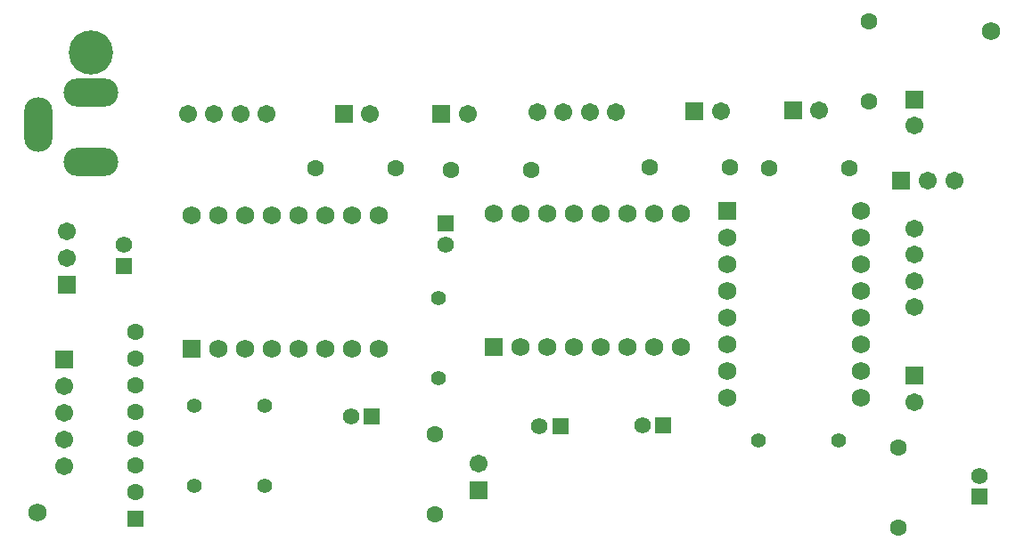
<source format=gbr>
%TF.GenerationSoftware,Altium Limited,Altium Designer,20.1.12 (249)*%
G04 Layer_Color=16711935*
%FSLAX26Y26*%
%MOIN*%
%TF.SameCoordinates,01E7709E-0BC1-400C-968F-F7AE8F8D3573*%
%TF.FilePolarity,Negative*%
%TF.FileFunction,Soldermask,Bot*%
%TF.Part,Single*%
G01*
G75*
%TA.AperFunction,WasherPad*%
%ADD53C,0.068000*%
%TA.AperFunction,ComponentPad*%
%ADD54C,0.067370*%
%ADD55R,0.067370X0.067370*%
%ADD56R,0.067370X0.067370*%
%ADD57C,0.068236*%
%ADD58R,0.068236X0.068236*%
%ADD59C,0.061858*%
%ADD60R,0.061858X0.061858*%
%ADD61C,0.063118*%
%ADD62R,0.061858X0.061858*%
%ADD63C,0.055244*%
%ADD64R,0.068236X0.068236*%
%ADD65C,0.063039*%
%ADD66R,0.063039X0.063039*%
%ADD67R,0.067055X0.067055*%
%ADD68C,0.067055*%
%ADD69O,0.204850X0.106425*%
%ADD70O,0.204850X0.106425*%
%ADD71O,0.106425X0.204850*%
%ADD72C,0.165480*%
D53*
X3700000Y1950000D02*
D03*
X135000Y145000D02*
D03*
D54*
X3415000Y1210276D02*
D03*
Y1111850D02*
D03*
Y915000D02*
D03*
Y1013425D02*
D03*
X3565000Y1390000D02*
D03*
X3465000D02*
D03*
X3415000Y1595000D02*
D03*
X696732Y1639134D02*
D03*
X795158D02*
D03*
X992008D02*
D03*
X893583D02*
D03*
X3415000Y560787D02*
D03*
X3058425Y1653347D02*
D03*
X2689213Y1650000D02*
D03*
X2200000Y1645000D02*
D03*
X2298425D02*
D03*
X2101575D02*
D03*
X2003150D02*
D03*
X1743425Y1640000D02*
D03*
X1378425D02*
D03*
X245000Y1200000D02*
D03*
Y1100000D02*
D03*
D55*
X3365000Y1390000D02*
D03*
X2960000Y1653347D02*
D03*
X2590787Y1650000D02*
D03*
X1645000Y1640000D02*
D03*
X1280000D02*
D03*
D56*
X3415000Y1693425D02*
D03*
Y659213D02*
D03*
X245000Y1000000D02*
D03*
D57*
X710000Y1260000D02*
D03*
X810000D02*
D03*
X910000D02*
D03*
X1010000D02*
D03*
X1110000D02*
D03*
X1210000D02*
D03*
X1310000D02*
D03*
X1410000D02*
D03*
Y760000D02*
D03*
X1310000D02*
D03*
X1210000D02*
D03*
X1110000D02*
D03*
X1010000D02*
D03*
X910000D02*
D03*
X810000D02*
D03*
X3215000Y1275000D02*
D03*
Y1175000D02*
D03*
Y1075000D02*
D03*
Y975000D02*
D03*
Y875000D02*
D03*
Y775000D02*
D03*
Y675000D02*
D03*
Y575000D02*
D03*
X2715000D02*
D03*
Y675000D02*
D03*
Y775000D02*
D03*
Y875000D02*
D03*
Y975000D02*
D03*
Y1075000D02*
D03*
Y1175000D02*
D03*
X1840000Y1265000D02*
D03*
X1940000D02*
D03*
X2040000D02*
D03*
X2140000D02*
D03*
X2240000D02*
D03*
X2340000D02*
D03*
X2440000D02*
D03*
X2540000D02*
D03*
Y765000D02*
D03*
X2440000D02*
D03*
X2340000D02*
D03*
X2240000D02*
D03*
X2140000D02*
D03*
X2040000D02*
D03*
X1940000D02*
D03*
D58*
X710000Y760000D02*
D03*
X1840000Y765000D02*
D03*
D59*
X2010000Y470000D02*
D03*
X2395630Y473346D02*
D03*
X1661653Y1150630D02*
D03*
X1306260Y505000D02*
D03*
X3658347Y284370D02*
D03*
X458346Y1149370D02*
D03*
D60*
X2088740Y470000D02*
D03*
X2474370Y473346D02*
D03*
X1385000Y505000D02*
D03*
D61*
X3245000Y1685000D02*
D03*
Y1985000D02*
D03*
X3355000Y90000D02*
D03*
Y390000D02*
D03*
X2870000Y1435000D02*
D03*
X3170000D02*
D03*
X2425000Y1440000D02*
D03*
X2725000D02*
D03*
X1680000Y1430000D02*
D03*
X1980000D02*
D03*
X1175000Y1435000D02*
D03*
X1475000D02*
D03*
X1620000Y440000D02*
D03*
Y140000D02*
D03*
D62*
X1661653Y1229370D02*
D03*
X3658347Y205630D02*
D03*
X458346Y1070630D02*
D03*
D63*
X720000Y545000D02*
D03*
Y245000D02*
D03*
X985000D02*
D03*
Y545000D02*
D03*
X1635000Y650000D02*
D03*
Y950000D02*
D03*
X3130000Y415000D02*
D03*
X2830000D02*
D03*
D64*
X2715000Y1275000D02*
D03*
D65*
X499213Y823346D02*
D03*
Y723346D02*
D03*
Y623346D02*
D03*
Y523346D02*
D03*
Y423346D02*
D03*
Y323346D02*
D03*
Y223346D02*
D03*
D66*
Y123347D02*
D03*
D67*
X235000Y720000D02*
D03*
X1785000Y230000D02*
D03*
D68*
X235000Y620000D02*
D03*
Y520000D02*
D03*
Y420000D02*
D03*
Y320000D02*
D03*
X1785000Y330000D02*
D03*
D69*
X335000Y1720000D02*
D03*
D70*
Y1460158D02*
D03*
D71*
X138150Y1599921D02*
D03*
D72*
X335000Y1869606D02*
D03*
%TF.MD5,64c97308ecab6833ecdbdaacac617a06*%
M02*

</source>
